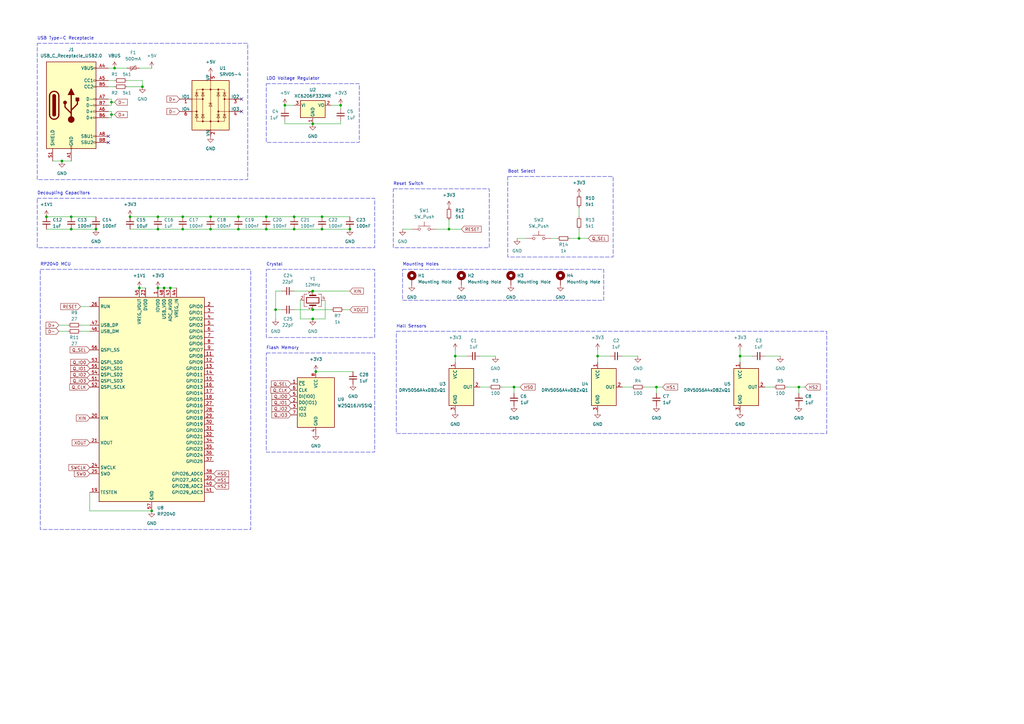
<source format=kicad_sch>
(kicad_sch (version 20230121) (generator eeschema)
  (paper "A3")
  (title_block (title "Cloverpad HE") (rev "1"))
  (lib_symbols
    (symbol "Connector:USB_C_Receptacle_USB2.0" (pin_names (offset 1.016))
      (property "Reference" "J" (at -10.16 19.05 0))
      (property "Value" "USB_C_Receptacle_USB2.0" (at 19.05 19.05 0))
      (symbol "USB_C_Receptacle_USB2.0_0_0"
        (rectangle (start -0.254 -17.78) (end 0.254 -16.764))
        (rectangle (start 10.16 -14.986) (end 9.144 -15.494))
        (rectangle (start 10.16 -12.446) (end 9.144 -12.954))
        (rectangle (start 10.16 -4.826) (end 9.144 -5.334))
        (rectangle (start 10.16 -2.286) (end 9.144 -2.794))
        (rectangle (start 10.16 0.254) (end 9.144 -0.254))
        (rectangle (start 10.16 2.794) (end 9.144 2.286))
        (rectangle (start 10.16 7.874) (end 9.144 7.366))
        (rectangle (start 10.16 10.414) (end 9.144 9.906))
        (rectangle (start 10.16 15.494) (end 9.144 14.986))
      )
      (symbol "USB_C_Receptacle_USB2.0_0_1"
        (rectangle (start -10.16 17.78) (end 10.16 -17.78) (stroke (width 0.254)) (fill (type background)))
        (arc (start -8.89 -3.81) (mid -6.985 -5.7067) (end -5.08 -3.81) (stroke (width 0.508)))
        (arc (start -7.62 -3.81) (mid -6.985 -4.4423) (end -6.35 -3.81) (stroke (width 0.254)))
        (arc (start -7.62 -3.81) (mid -6.985 -4.4423) (end -6.35 -3.81) (stroke (width 0.254)) (fill (type outline)))
        (rectangle (start -7.62 -3.81) (end -6.35 3.81) (stroke (width 0.254)) (fill (type outline)))
        (arc (start -6.35 3.81) (mid -6.985 4.4423) (end -7.62 3.81) (stroke (width 0.254)))
        (arc (start -6.35 3.81) (mid -6.985 4.4423) (end -7.62 3.81) (stroke (width 0.254)) (fill (type outline)))
        (arc (start -5.08 3.81) (mid -6.985 5.7067) (end -8.89 3.81) (stroke (width 0.508)))
        (circle (center -2.54 1.143) (radius 0.635) (stroke (width 0.254)) (fill (type outline)))
        (circle (center 0 -5.842) (radius 1.27) (fill (type outline)))
        (polyline (pts (xy -8.89 -3.81) (xy -8.89 3.81)) (stroke (width 0.508)))
        (polyline (pts (xy -5.08 3.81) (xy -5.08 -3.81)) (stroke (width 0.508)))
        (polyline (pts (xy 0 -5.842) (xy 0 4.318)) (stroke (width 0.508)))
        (polyline (pts (xy 0 -3.302) (xy -2.54 -0.762) (xy -2.54 0.508)) (stroke (width 0.508)))
        (polyline (pts (xy 0 -2.032) (xy 2.54 0.508) (xy 2.54 1.778)) (stroke (width 0.508)))
        (polyline (pts (xy -1.27 4.318) (xy 0 6.858) (xy 1.27 4.318) (xy -1.27 4.318)) (stroke (width 0.254)) (fill (type outline)))
        (rectangle (start 1.905 1.778) (end 3.175 3.048) (stroke (width 0.254)) (fill (type outline)))
      )
      (symbol "USB_C_Receptacle_USB2.0_1_1"
        (pin passive line (at 0 -22.86 90) (length 5.08) (name "GND") (number "A1"))
        (pin passive line (at 0 -22.86 90) (length 5.08) hide (name "GND") (number "A12"))
        (pin passive line (at 15.24 15.24 180) (length 5.08) (name "VBUS") (number "A4"))
        (pin bidirectional line (at 15.24 10.16 180) (length 5.08) (name "CC1") (number "A5"))
        (pin bidirectional line (at 15.24 -2.54 180) (length 5.08) (name "D+") (number "A6"))
        (pin bidirectional line (at 15.24 2.54 180) (length 5.08) (name "D-") (number "A7"))
        (pin bidirectional line (at 15.24 -12.7 180) (length 5.08) (name "SBU1") (number "A8"))
        (pin passive line (at 15.24 15.24 180) (length 5.08) hide (name "VBUS") (number "A9"))
        (pin passive line (at 0 -22.86 90) (length 5.08) hide (name "GND") (number "B1"))
        (pin passive line (at 0 -22.86 90) (length 5.08) hide (name "GND") (number "B12"))
        (pin passive line (at 15.24 15.24 180) (length 5.08) hide (name "VBUS") (number "B4"))
        (pin bidirectional line (at 15.24 7.62 180) (length 5.08) (name "CC2") (number "B5"))
        (pin bidirectional line (at 15.24 -5.08 180) (length 5.08) (name "D+") (number "B6"))
        (pin bidirectional line (at 15.24 0 180) (length 5.08) (name "D-") (number "B7"))
        (pin bidirectional line (at 15.24 -15.24 180) (length 5.08) (name "SBU2") (number "B8"))
        (pin passive line (at 15.24 15.24 180) (length 5.08) hide (name "VBUS") (number "B9"))
        (pin passive line (at -7.62 -22.86 90) (length 5.08) (name "SHIELD") (number "S1"))
      )
    )
    (symbol "Custom:DRV5056A4xDBZxQ1"
      (property "Reference" "U" (at 2.54 12.7 0))
      (property "Value" "DRV5056A4xDBZxQ1" (at 2.54 10.16 0))
      (symbol "DRV5056A4xDBZxQ1_1_1"
        (rectangle (start -5.08 7.62) (end 5.08 -7.62) (stroke (width 0.254)) (fill (type background)))
        (pin power_in line (at -2.54 10.16 270) (length 2.54) (name "VCC") (number "1"))
        (pin output line (at 7.62 0 180) (length 2.54) (name "OUT") (number "2"))
        (pin power_in line (at -2.54 -10.16 90) (length 2.54) (name "GND") (number "3"))
      )
    )
    (symbol "Device:C_Small" (pin_numbers hide) (pin_names (offset 0.254) hide)
      (property "Reference" "C" (at 0.254 1.778 0))
      (property "Value" "C_Small" (at 0.254 -2.032 0))
      (symbol "C_Small_0_1"
        (polyline (pts (xy -1.524 -0.508) (xy 1.524 -0.508)) (stroke (width 0.3302)))
        (polyline (pts (xy -1.524 0.508) (xy 1.524 0.508)) (stroke (width 0.3048)))
      )
      (symbol "C_Small_1_1"
        (pin passive line (at 0 2.54 270) (length 2.032) (name "~") (number "1"))
        (pin passive line (at 0 -2.54 90) (length 2.032) (name "~") (number "2"))
      )
    )
    (symbol "Device:Crystal_GND24" (pin_names (offset 1.016) hide)
      (property "Reference" "Y" (at 3.175 5.08 0))
      (property "Value" "Crystal_GND24" (at 3.175 3.175 0))
      (symbol "Crystal_GND24_0_1"
        (rectangle (start -1.143 2.54) (end 1.143 -2.54) (stroke (width 0.3048)))
        (polyline (pts (xy -2.54 0) (xy -2.032 0)))
        (polyline (pts (xy -2.032 -1.27) (xy -2.032 1.27)) (stroke (width 0.508)))
        (polyline (pts (xy 0 -3.81) (xy 0 -3.556)))
        (polyline (pts (xy 0 3.556) (xy 0 3.81)))
        (polyline (pts (xy 2.032 -1.27) (xy 2.032 1.27)) (stroke (width 0.508)))
        (polyline (pts (xy 2.032 0) (xy 2.54 0)))
        (polyline (pts (xy -2.54 -2.286) (xy -2.54 -3.556) (xy 2.54 -3.556) (xy 2.54 -2.286)))
        (polyline (pts (xy -2.54 2.286) (xy -2.54 3.556) (xy 2.54 3.556) (xy 2.54 2.286)))
      )
      (symbol "Crystal_GND24_1_1"
        (pin passive line (at -3.81 0 0) (length 1.27) (name "1") (number "1"))
        (pin passive line (at 0 5.08 270) (length 1.27) (name "2") (number "2"))
        (pin passive line (at 3.81 0 180) (length 1.27) (name "3") (number "3"))
        (pin passive line (at 0 -5.08 90) (length 1.27) (name "4") (number "4"))
      )
    )
    (symbol "Device:Polyfuse_Small" (pin_numbers hide) (pin_names (offset 0))
      (property "Reference" "F" (at -1.905 0 90))
      (property "Value" "Polyfuse_Small" (at 1.905 0 90))
      (symbol "Polyfuse_Small_0_1"
        (rectangle (start -0.508 1.27) (end 0.508 -1.27))
        (polyline (pts (xy 0 2.54) (xy 0 -2.54)))
        (polyline (pts (xy -1.016 1.27) (xy -1.016 0.762) (xy 1.016 -0.762) (xy 1.016 -1.27)))
      )
      (symbol "Polyfuse_Small_1_1"
        (pin passive line (at 0 2.54 270) (length 0.635) (name "~") (number "1"))
        (pin passive line (at 0 -2.54 90) (length 0.635) (name "~") (number "2"))
      )
    )
    (symbol "Device:R_Small" (pin_numbers hide) (pin_names (offset 0.254) hide)
      (property "Reference" "R" (at 0.762 0.508 0))
      (property "Value" "R_Small" (at 0.762 -1.016 0))
      (symbol "R_Small_0_1"
        (rectangle (start -0.762 1.778) (end 0.762 -1.778) (stroke (width 0.2032)))
      )
      (symbol "R_Small_1_1"
        (pin passive line (at 0 2.54 270) (length 0.762) (name "~") (number "1"))
        (pin passive line (at 0 -2.54 90) (length 0.762) (name "~") (number "2"))
      )
    )
    (symbol "MCU_RaspberryPi:RP2040"
      (property "Reference" "U" (at 17.78 45.72 0))
      (property "Value" "RP2040" (at 17.78 43.18 0))
      (symbol "RP2040_0_1"
        (rectangle (start -21.59 41.91) (end 21.59 -41.91) (stroke (width 0.254)) (fill (type background)))
      )
      (symbol "RP2040_1_1"
        (pin power_in line (at 2.54 45.72 270) (length 3.81) (name "IOVDD") (number "1"))
        (pin passive line (at 2.54 45.72 270) (length 3.81) hide (name "IOVDD") (number "10"))
        (pin bidirectional line (at 25.4 17.78 180) (length 3.81) (name "GPIO8") (number "11"))
        (pin bidirectional line (at 25.4 15.24 180) (length 3.81) (name "GPIO9") (number "12"))
        (pin bidirectional line (at 25.4 12.7 180) (length 3.81) (name "GPIO10") (number "13"))
        (pin bidirectional line (at 25.4 10.16 180) (length 3.81) (name "GPIO11") (number "14"))
        (pin bidirectional line (at 25.4 7.62 180) (length 3.81) (name "GPIO12") (number "15"))
        (pin bidirectional line (at 25.4 5.08 180) (length 3.81) (name "GPIO13") (number "16"))
        (pin bidirectional line (at 25.4 2.54 180) (length 3.81) (name "GPIO14") (number "17"))
        (pin bidirectional line (at 25.4 0 180) (length 3.81) (name "GPIO15") (number "18"))
        (pin input line (at -25.4 -38.1 0) (length 3.81) (name "TESTEN") (number "19"))
        (pin bidirectional line (at 25.4 38.1 180) (length 3.81) (name "GPIO0") (number "2"))
        (pin input line (at -25.4 -7.62 0) (length 3.81) (name "XIN") (number "20"))
        (pin passive line (at -25.4 -17.78 0) (length 3.81) (name "XOUT") (number "21"))
        (pin passive line (at 2.54 45.72 270) (length 3.81) hide (name "IOVDD") (number "22"))
        (pin power_in line (at -2.54 45.72 270) (length 3.81) (name "DVDD") (number "23"))
        (pin input line (at -25.4 -27.94 0) (length 3.81) (name "SWCLK") (number "24"))
        (pin bidirectional line (at -25.4 -30.48 0) (length 3.81) (name "SWD") (number "25"))
        (pin input line (at -25.4 38.1 0) (length 3.81) (name "RUN") (number "26"))
        (pin bidirectional line (at 25.4 -2.54 180) (length 3.81) (name "GPIO16") (number "27"))
        (pin bidirectional line (at 25.4 -5.08 180) (length 3.81) (name "GPIO17") (number "28"))
        (pin bidirectional line (at 25.4 -7.62 180) (length 3.81) (name "GPIO18") (number "29"))
        (pin bidirectional line (at 25.4 35.56 180) (length 3.81) (name "GPIO1") (number "3"))
        (pin bidirectional line (at 25.4 -10.16 180) (length 3.81) (name "GPIO19") (number "30"))
        (pin bidirectional line (at 25.4 -12.7 180) (length 3.81) (name "GPIO20") (number "31"))
        (pin bidirectional line (at 25.4 -15.24 180) (length 3.81) (name "GPIO21") (number "32"))
        (pin passive line (at 2.54 45.72 270) (length 3.81) hide (name "IOVDD") (number "33"))
        (pin bidirectional line (at 25.4 -17.78 180) (length 3.81) (name "GPIO22") (number "34"))
        (pin bidirectional line (at 25.4 -20.32 180) (length 3.81) (name "GPIO23") (number "35"))
        (pin bidirectional line (at 25.4 -22.86 180) (length 3.81) (name "GPIO24") (number "36"))
        (pin bidirectional line (at 25.4 -25.4 180) (length 3.81) (name "GPIO25") (number "37"))
        (pin bidirectional line (at 25.4 -30.48 180) (length 3.81) (name "GPIO26_ADC0") (number "38"))
        (pin bidirectional line (at 25.4 -33.02 180) (length 3.81) (name "GPIO27_ADC1") (number "39"))
        (pin bidirectional line (at 25.4 33.02 180) (length 3.81) (name "GPIO2") (number "4"))
        (pin bidirectional line (at 25.4 -35.56 180) (length 3.81) (name "GPIO28_ADC2") (number "40"))
        (pin bidirectional line (at 25.4 -38.1 180) (length 3.81) (name "GPIO29_ADC3") (number "41"))
        (pin passive line (at 2.54 45.72 270) (length 3.81) hide (name "IOVDD") (number "42"))
        (pin power_in line (at 7.62 45.72 270) (length 3.81) (name "ADC_AVDD") (number "43"))
        (pin power_in line (at 10.16 45.72 270) (length 3.81) (name "VREG_IN") (number "44"))
        (pin power_out line (at -5.08 45.72 270) (length 3.81) (name "VREG_VOUT") (number "45"))
        (pin bidirectional line (at -25.4 27.94 0) (length 3.81) (name "USB_DM") (number "46"))
        (pin bidirectional line (at -25.4 30.48 0) (length 3.81) (name "USB_DP") (number "47"))
        (pin power_in line (at 5.08 45.72 270) (length 3.81) (name "USB_VDD") (number "48"))
        (pin passive line (at 2.54 45.72 270) (length 3.81) hide (name "IOVDD") (number "49"))
        (pin bidirectional line (at 25.4 30.48 180) (length 3.81) (name "GPIO3") (number "5"))
        (pin passive line (at -2.54 45.72 270) (length 3.81) hide (name "DVDD") (number "50"))
        (pin bidirectional line (at -25.4 7.62 0) (length 3.81) (name "QSPI_SD3") (number "51"))
        (pin output line (at -25.4 5.08 0) (length 3.81) (name "QSPI_SCLK") (number "52"))
        (pin bidirectional line (at -25.4 15.24 0) (length 3.81) (name "QSPI_SD0") (number "53"))
        (pin bidirectional line (at -25.4 10.16 0) (length 3.81) (name "QSPI_SD2") (number "54"))
        (pin bidirectional line (at -25.4 12.7 0) (length 3.81) (name "QSPI_SD1") (number "55"))
        (pin bidirectional line (at -25.4 20.32 0) (length 3.81) (name "QSPI_SS") (number "56"))
        (pin power_in line (at 0 -45.72 90) (length 3.81) (name "GND") (number "57"))
        (pin bidirectional line (at 25.4 27.94 180) (length 3.81) (name "GPIO4") (number "6"))
        (pin bidirectional line (at 25.4 25.4 180) (length 3.81) (name "GPIO5") (number "7"))
        (pin bidirectional line (at 25.4 22.86 180) (length 3.81) (name "GPIO6") (number "8"))
        (pin bidirectional line (at 25.4 20.32 180) (length 3.81) (name "GPIO7") (number "9"))
      )
    )
    (symbol "Mechanical:MountingHole_Pad" (pin_numbers hide) (pin_names (offset 1.016) hide)
      (property "Reference" "H" (at 0 6.35 0))
      (property "Value" "MountingHole_Pad" (at 0 4.445 0))
      (symbol "MountingHole_Pad_0_1"
        (circle (center 0 1.27) (radius 1.27) (stroke (width 1.27)))
      )
      (symbol "MountingHole_Pad_1_1"
        (pin input line (at 0 -2.54 90) (length 2.54) (name "1") (number "1"))
      )
    )
    (symbol "Memory_Flash:W25Q128JVS"
      (property "Reference" "U" (at -8.89 8.89 0))
      (property "Value" "W25Q128JVS" (at 7.62 8.89 0))
      (symbol "W25Q128JVS_0_1"
        (rectangle (start -7.62 10.16) (end 7.62 -10.16) (stroke (width 0.254)) (fill (type background)))
      )
      (symbol "W25Q128JVS_1_1"
        (pin input line (at -10.16 7.62 0) (length 2.54) (name "~{CS}") (number "1"))
        (pin bidirectional line (at -10.16 0 0) (length 2.54) (name "DO(IO1)") (number "2"))
        (pin bidirectional line (at -10.16 -2.54 0) (length 2.54) (name "IO2") (number "3"))
        (pin power_in line (at 0 -12.7 90) (length 2.54) (name "GND") (number "4"))
        (pin bidirectional line (at -10.16 2.54 0) (length 2.54) (name "DI(IO0)") (number "5"))
        (pin input line (at -10.16 5.08 0) (length 2.54) (name "CLK") (number "6"))
        (pin bidirectional line (at -10.16 -5.08 0) (length 2.54) (name "IO3") (number "7"))
        (pin power_in line (at 0 12.7 270) (length 2.54) (name "VCC") (number "8"))
      )
    )
    (symbol "PCM_marbastlib-various:SRV05-4" (pin_names (offset 0))
      (property "Reference" "U" (at -5.08 11.43 0))
      (property "Value" "SRV05-4" (at 2.54 11.43 0))
      (symbol "SRV05-4_0_0"
        (rectangle (start -5.715 6.477) (end 5.715 -6.604))
        (polyline (pts (xy -3.175 -6.604) (xy -3.175 6.477)))
        (polyline (pts (xy 3.175 6.477) (xy 3.175 -6.604)))
      )
      (symbol "SRV05-4_0_1"
        (rectangle (start -7.62 10.16) (end 7.62 -10.16) (stroke (width 0.254)) (fill (type background)))
        (circle (center -5.715 -2.54) (radius 0.2794) (fill (type outline)))
        (circle (center -3.175 -6.604) (radius 0.2794) (fill (type outline)))
        (circle (center -3.175 2.54) (radius 0.2794) (fill (type outline)))
        (circle (center -3.175 6.477) (radius 0.2794) (fill (type outline)))
        (circle (center 0 -6.604) (radius 0.2794) (fill (type outline)))
        (polyline (pts (xy -7.747 2.54) (xy -3.175 2.54)))
        (polyline (pts (xy -7.62 -2.54) (xy -5.715 -2.54)))
        (polyline (pts (xy -5.08 -3.81) (xy -6.35 -3.81)))
        (polyline (pts (xy -5.08 5.08) (xy -6.35 5.08)))
        (polyline (pts (xy -2.54 -3.81) (xy -3.81 -3.81)))
        (polyline (pts (xy -2.54 5.08) (xy -3.81 5.08)))
        (polyline (pts (xy 0 10.16) (xy 0 -10.16)))
        (polyline (pts (xy 3.81 -3.81) (xy 2.54 -3.81)))
        (polyline (pts (xy 3.81 5.08) (xy 2.54 5.08)))
        (polyline (pts (xy 6.35 -3.81) (xy 5.08 -3.81)))
        (polyline (pts (xy 6.35 5.08) (xy 5.08 5.08)))
        (polyline (pts (xy 7.62 -2.54) (xy 3.175 -2.54)))
        (polyline (pts (xy 7.62 2.54) (xy 5.715 2.54)))
        (polyline (pts (xy 0.635 0.889) (xy -0.635 0.889) (xy -0.635 0.635)))
        (polyline (pts (xy -5.08 -5.08) (xy -6.35 -5.08) (xy -5.715 -3.81) (xy -5.08 -5.08)))
        (polyline (pts (xy -5.08 3.81) (xy -6.35 3.81) (xy -5.715 5.08) (xy -5.08 3.81)))
        (polyline (pts (xy -2.54 -5.08) (xy -3.81 -5.08) (xy -3.175 -3.81) (xy -2.54 -5.08)))
        (polyline (pts (xy -2.54 3.81) (xy -3.81 3.81) (xy -3.175 5.08) (xy -2.54 3.81)))
        (polyline (pts (xy 0.635 -0.381) (xy -0.635 -0.381) (xy 0 0.889) (xy 0.635 -0.381)))
        (polyline (pts (xy 3.81 -5.08) (xy 2.54 -5.08) (xy 3.175 -3.81) (xy 3.81 -5.08)))
        (polyline (pts (xy 3.81 3.81) (xy 2.54 3.81) (xy 3.175 5.08) (xy 3.81 3.81)))
        (polyline (pts (xy 6.35 -5.08) (xy 5.08 -5.08) (xy 5.715 -3.81) (xy 6.35 -5.08)))
        (polyline (pts (xy 6.35 3.81) (xy 5.08 3.81) (xy 5.715 5.08) (xy 6.35 3.81)))
        (circle (center 0 6.477) (radius 0.2794) (fill (type outline)))
        (circle (center 3.175 -6.604) (radius 0.2794) (fill (type outline)))
        (circle (center 3.175 -2.54) (radius 0.2794) (fill (type outline)))
        (circle (center 3.175 6.477) (radius 0.2794) (fill (type outline)))
        (circle (center 5.715 2.54) (radius 0.2794) (fill (type outline)))
      )
      (symbol "SRV05-4_1_1"
        (pin passive line (at -12.7 2.54 0) (length 5.08) (name "IO1") (number "1"))
        (pin passive line (at 0 -12.7 90) (length 2.54) (name "VN") (number "2"))
        (pin passive line (at 12.7 2.54 180) (length 5.08) (name "IO2") (number "3"))
        (pin passive line (at 12.7 -2.54 180) (length 5.08) (name "IO3") (number "4"))
        (pin passive line (at 0 12.7 270) (length 2.54) (name "VP") (number "5"))
        (pin passive line (at -12.7 -2.54 0) (length 5.08) (name "IO4") (number "6"))
      )
    )
    (symbol "Regulator_Linear:XC6206PxxxMR" (pin_names (offset 0.254))
      (property "Reference" "U" (at -3.81 3.175 0))
      (property "Value" "XC6206PxxxMR" (at 0 3.175 0))
      (symbol "XC6206PxxxMR_0_1"
        (rectangle (start -5.08 1.905) (end 5.08 -5.08) (stroke (width 0.254)) (fill (type background)))
      )
      (symbol "XC6206PxxxMR_1_1"
        (pin power_in line (at 0 -7.62 90) (length 2.54) (name "GND") (number "1"))
        (pin power_out line (at 7.62 0 180) (length 2.54) (name "VO") (number "2"))
        (pin power_in line (at -7.62 0 0) (length 2.54) (name "VI") (number "3"))
      )
    )
    (symbol "Switch:SW_Push" (pin_numbers hide) (pin_names (offset 1.016) hide)
      (property "Reference" "SW" (at 1.27 2.54 0))
      (property "Value" "SW_Push" (at 0 -1.524 0))
      (symbol "SW_Push_0_1"
        (circle (center -2.032 0) (radius 0.508))
        (polyline (pts (xy 0 1.27) (xy 0 3.048)))
        (polyline (pts (xy 2.54 1.27) (xy -2.54 1.27)))
        (circle (center 2.032 0) (radius 0.508))
        (pin passive line (at -5.08 0 0) (length 2.54) (name "1") (number "1"))
        (pin passive line (at 5.08 0 180) (length 2.54) (name "2") (number "2"))
      )
    )
    (symbol "power:+1V1" (power) (pin_names (offset 0))
      (property "Value" "+1V1" (at 0 3.556 0))
      (symbol "+1V1_0_1"
        (polyline (pts (xy -0.762 1.27) (xy 0 2.54)))
        (polyline (pts (xy 0 0) (xy 0 2.54)))
        (polyline (pts (xy 0 2.54) (xy 0.762 1.27)))
      )
      (symbol "+1V1_1_1"
        (pin power_in line (at 0 0 90) (length 0) hide (name "+1V1") (number "1"))
      )
    )
    (symbol "power:+3V3" (power) (pin_names (offset 0))
      (property "Value" "+3V3" (at 0 3.556 0))
      (symbol "+3V3_0_1"
        (polyline (pts (xy -0.762 1.27) (xy 0 2.54)))
        (polyline (pts (xy 0 0) (xy 0 2.54)))
        (polyline (pts (xy 0 2.54) (xy 0.762 1.27)))
      )
      (symbol "+3V3_1_1"
        (pin power_in line (at 0 0 90) (length 0) hide (name "+3V3") (number "1"))
      )
    )
    (symbol "power:+5V" (power) (pin_names (offset 0))
      (property "Value" "+5V" (at 0 3.556 0))
      (symbol "+5V_0_1"
        (polyline (pts (xy -0.762 1.27) (xy 0 2.54)))
        (polyline (pts (xy 0 0) (xy 0 2.54)))
        (polyline (pts (xy 0 2.54) (xy 0.762 1.27)))
      )
      (symbol "+5V_1_1"
        (pin power_in line (at 0 0 90) (length 0) hide (name "+5V") (number "1"))
      )
    )
    (symbol "power:GND" (power) (pin_names (offset 0))
      (property "Value" "GND" (at 0 -3.81 0))
      (symbol "GND_0_1"
        (polyline (pts (xy 0 0) (xy 0 -1.27) (xy 1.27 -1.27) (xy 0 -2.54) (xy -1.27 -1.27) (xy 0 -1.27)))
      )
      (symbol "GND_1_1"
        (pin power_in line (at 0 0 270) (length 0) hide (name "GND") (number "1"))
      )
    )
    (symbol "power:VBUS" (power) (pin_names (offset 0))
      (property "Value" "VBUS" (at 0 3.81 0))
      (symbol "VBUS_0_1"
        (polyline (pts (xy -0.762 1.27) (xy 0 2.54)))
        (polyline (pts (xy 0 0) (xy 0 2.54)))
        (polyline (pts (xy 0 2.54) (xy 0.762 1.27)))
      )
      (symbol "VBUS_1_1"
        (pin power_in line (at 0 0 90) (length 0) hide (name "VBUS") (number "1"))
      )
    )
  )
  (junction (at 129.54 152.4))
  (junction (at 25.4 66.04))
  (junction (at 120.65 93.98))
  (junction (at 245.11 146.05))
  (junction (at 19.05 88.9))
  (junction (at 57.15 118.11))
  (junction (at 184.15 93.98))
  (junction (at 132.08 88.9))
  (junction (at 53.34 88.9))
  (junction (at 132.08 93.98))
  (junction (at 128.27 130.81))
  (junction (at 74.93 88.9))
  (junction (at 113.03 127))
  (junction (at 29.21 93.98))
  (junction (at 69.85 118.11))
  (junction (at 269.24 158.75))
  (junction (at 128.27 119.38))
  (junction (at 116.84 43.18))
  (junction (at 128.27 50.8))
  (junction (at 46.99 27.94))
  (junction (at 97.79 93.98))
  (junction (at 64.77 93.98))
  (junction (at 303.53 146.05))
  (junction (at 45.72 46.99))
  (junction (at 39.37 93.98))
  (junction (at 29.21 88.9))
  (junction (at 143.51 93.98))
  (junction (at 109.22 93.98))
  (junction (at 186.69 146.05))
  (junction (at 139.7 43.18))
  (junction (at 109.22 88.9))
  (junction (at 128.27 127))
  (junction (at 120.65 88.9))
  (junction (at 327.66 158.75))
  (junction (at 86.36 88.9))
  (junction (at 64.77 88.9))
  (junction (at 58.42 35.56))
  (junction (at 64.77 118.11))
  (junction (at 45.72 41.91))
  (junction (at 74.93 93.98))
  (junction (at 67.31 118.11))
  (junction (at 237.49 97.79))
  (junction (at 86.36 93.98))
  (junction (at 210.82 158.75))
  (junction (at 97.79 88.9))
  (junction (at 62.23 209.55))
  (no_connect (at 99.06 40.64))
  (no_connect (at 44.45 58.42))
  (no_connect (at 44.45 55.88))
  (no_connect (at 99.06 45.72))
  (wire (pts (xy 109.22 93.98) (xy 120.65 93.98)))
  (wire (pts (xy 123.19 130.81) (xy 128.27 130.81)))
  (wire (pts (xy 116.84 49.53) (xy 116.84 50.8)))
  (wire (pts (xy 46.99 27.94) (xy 44.45 27.94)))
  (wire (pts (xy 74.93 88.9) (xy 86.36 88.9)))
  (wire (pts (xy 196.85 146.05) (xy 203.2 146.05)))
  (wire (pts (xy 184.15 93.98) (xy 189.23 93.98)))
  (wire (pts (xy 139.7 49.53) (xy 139.7 50.8)))
  (wire (pts (xy 132.08 88.9) (xy 143.51 88.9)))
  (wire (pts (xy 255.27 146.05) (xy 261.62 146.05)))
  (wire (pts (xy 109.22 88.9) (xy 120.65 88.9)))
  (wire (pts (xy 46.99 33.02) (xy 44.45 33.02)))
  (wire (pts (xy 139.7 43.18) (xy 139.7 44.45)))
  (wire (pts (xy 128.27 119.38) (xy 143.51 119.38)))
  (wire (pts (xy 44.45 43.18) (xy 45.72 43.18)))
  (wire (pts (xy 313.69 158.75) (xy 317.5 158.75)))
  (wire (pts (xy 322.58 158.75) (xy 327.66 158.75)))
  (wire (pts (xy 255.27 158.75) (xy 259.08 158.75)))
  (wire (pts (xy 53.34 93.98) (xy 64.77 93.98)))
  (wire (pts (xy 45.72 43.18) (xy 45.72 41.91)))
  (wire (pts (xy 57.15 27.94) (xy 62.23 27.94)))
  (wire (pts (xy 29.21 88.9) (xy 39.37 88.9)))
  (wire (pts (xy 245.11 146.05) (xy 245.11 148.59)))
  (wire (pts (xy 237.49 93.98) (xy 237.49 97.79)))
  (wire (pts (xy 67.31 118.11) (xy 69.85 118.11)))
  (wire (pts (xy 327.66 158.75) (xy 330.2 158.75)))
  (wire (pts (xy 212.09 97.79) (xy 215.9 97.79)))
  (wire (pts (xy 135.89 43.18) (xy 139.7 43.18)))
  (wire (pts (xy 36.83 209.55) (xy 62.23 209.55)))
  (wire (pts (xy 86.36 93.98) (xy 97.79 93.98)))
  (wire (pts (xy 264.16 158.75) (xy 269.24 158.75)))
  (wire (pts (xy 69.85 118.11) (xy 72.39 118.11)))
  (wire (pts (xy 44.45 40.64) (xy 45.72 40.64)))
  (wire (pts (xy 24.13 133.35) (xy 27.94 133.35)))
  (wire (pts (xy 33.02 135.89) (xy 36.83 135.89)))
  (wire (pts (xy 120.65 119.38) (xy 128.27 119.38)))
  (wire (pts (xy 303.53 146.05) (xy 303.53 148.59)))
  (wire (pts (xy 116.84 43.18) (xy 116.84 44.45)))
  (wire (pts (xy 21.59 66.04) (xy 25.4 66.04)))
  (wire (pts (xy 120.65 88.9) (xy 132.08 88.9)))
  (wire (pts (xy 120.65 127) (xy 128.27 127)))
  (wire (pts (xy 196.85 158.75) (xy 200.66 158.75)))
  (wire (pts (xy 33.02 133.35) (xy 36.83 133.35)))
  (wire (pts (xy 86.36 88.9) (xy 97.79 88.9)))
  (wire (pts (xy 210.82 158.75) (xy 213.36 158.75)))
  (wire (pts (xy 97.79 88.9) (xy 109.22 88.9)))
  (wire (pts (xy 133.35 130.81) (xy 128.27 130.81)))
  (wire (pts (xy 45.72 41.91) (xy 46.99 41.91)))
  (wire (pts (xy 233.68 97.79) (xy 237.49 97.79)))
  (wire (pts (xy 186.69 143.51) (xy 186.69 146.05)))
  (wire (pts (xy 120.65 93.98) (xy 132.08 93.98)))
  (wire (pts (xy 57.15 118.11) (xy 59.69 118.11)))
  (wire (pts (xy 44.45 45.72) (xy 45.72 45.72)))
  (wire (pts (xy 52.07 35.56) (xy 58.42 35.56)))
  (wire (pts (xy 29.21 93.98) (xy 39.37 93.98)))
  (wire (pts (xy 184.15 90.17) (xy 184.15 93.98)))
  (wire (pts (xy 245.11 146.05) (xy 250.19 146.05)))
  (wire (pts (xy 113.03 127) (xy 113.03 130.81)))
  (wire (pts (xy 129.54 152.4) (xy 144.78 152.4)))
  (wire (pts (xy 123.19 123.19) (xy 123.19 130.81)))
  (wire (pts (xy 64.77 118.11) (xy 67.31 118.11)))
  (wire (pts (xy 25.4 66.04) (xy 29.21 66.04)))
  (wire (pts (xy 19.05 88.9) (xy 29.21 88.9)))
  (wire (pts (xy 36.83 201.93) (xy 36.83 209.55)))
  (wire (pts (xy 44.45 35.56) (xy 46.99 35.56)))
  (wire (pts (xy 128.27 127) (xy 135.89 127)))
  (wire (pts (xy 24.13 135.89) (xy 27.94 135.89)))
  (wire (pts (xy 113.03 119.38) (xy 113.03 127)))
  (wire (pts (xy 19.05 93.98) (xy 29.21 93.98)))
  (wire (pts (xy 45.72 40.64) (xy 45.72 41.91)))
  (wire (pts (xy 186.69 146.05) (xy 186.69 148.59)))
  (wire (pts (xy 313.69 146.05) (xy 320.04 146.05)))
  (wire (pts (xy 210.82 158.75) (xy 210.82 161.29)))
  (wire (pts (xy 45.72 45.72) (xy 45.72 46.99)))
  (wire (pts (xy 269.24 158.75) (xy 271.78 158.75)))
  (wire (pts (xy 269.24 158.75) (xy 269.24 161.29)))
  (wire (pts (xy 115.57 119.38) (xy 113.03 119.38)))
  (wire (pts (xy 165.1 93.98) (xy 168.91 93.98)))
  (wire (pts (xy 33.02 125.73) (xy 36.83 125.73)))
  (wire (pts (xy 116.84 50.8) (xy 128.27 50.8)))
  (wire (pts (xy 44.45 48.26) (xy 45.72 48.26)))
  (wire (pts (xy 245.11 143.51) (xy 245.11 146.05)))
  (wire (pts (xy 303.53 143.51) (xy 303.53 146.05)))
  (wire (pts (xy 64.77 93.98) (xy 74.93 93.98)))
  (wire (pts (xy 58.42 33.02) (xy 58.42 35.56)))
  (wire (pts (xy 116.84 43.18) (xy 120.65 43.18)))
  (wire (pts (xy 64.77 88.9) (xy 74.93 88.9)))
  (wire (pts (xy 139.7 50.8) (xy 128.27 50.8)))
  (wire (pts (xy 133.35 123.19) (xy 133.35 130.81)))
  (wire (pts (xy 97.79 93.98) (xy 109.22 93.98)))
  (wire (pts (xy 179.07 93.98) (xy 184.15 93.98)))
  (wire (pts (xy 74.93 93.98) (xy 86.36 93.98)))
  (wire (pts (xy 52.07 27.94) (xy 46.99 27.94)))
  (wire (pts (xy 45.72 48.26) (xy 45.72 46.99)))
  (wire (pts (xy 205.74 158.75) (xy 210.82 158.75)))
  (wire (pts (xy 53.34 88.9) (xy 64.77 88.9)))
  (wire (pts (xy 237.49 97.79) (xy 241.3 97.79)))
  (wire (pts (xy 186.69 146.05) (xy 191.77 146.05)))
  (wire (pts (xy 226.06 97.79) (xy 228.6 97.79)))
  (wire (pts (xy 52.07 33.02) (xy 58.42 33.02)))
  (wire (pts (xy 140.97 127) (xy 143.51 127)))
  (wire (pts (xy 303.53 146.05) (xy 308.61 146.05)))
  (wire (pts (xy 237.49 85.09) (xy 237.49 88.9)))
  (wire (pts (xy 327.66 158.75) (xy 327.66 161.29)))
  (wire (pts (xy 45.72 46.99) (xy 46.99 46.99)))
  (wire (pts (xy 113.03 127) (xy 115.57 127)))
  (wire (pts (xy 132.08 93.98) (xy 143.51 93.98)))
  (rectangle (start 109.22 110.49) (end 153.67 138.43) (stroke (width 0) (type dash)))
  (rectangle (start 109.22 34.29) (end 147.32 58.42) (stroke (width 0) (type dash)))
  (rectangle (start 165.1 110.49) (end 247.65 123.19) (stroke (width 0) (type dash)))
  (rectangle (start 15.24 81.28) (end 153.67 101.6) (stroke (width 0) (type dash)))
  (rectangle (start 109.22 144.78) (end 153.67 185.42) (stroke (width 0) (type dash)))
  (rectangle (start 162.56 135.89) (end 339.09 177.8) (stroke (width 0) (type dash)))
  (rectangle (start 15.24 17.78) (end 101.6 73.66) (stroke (width 0) (type dash)))
  (rectangle (start 161.29 77.47) (end 200.66 101.6) (stroke (width 0) (type dash)))
  (rectangle (start 16.51 110.49) (end 102.87 217.17) (stroke (width 0) (type dash)))
  (rectangle (start 208.28 72.39) (end 251.46 105.41) (stroke (width 0) (type dash)))
  (text "Reset Switch" (at 161.29 76.2 0) (effects (font (size 1.27 1.27)) (justify left bottom)))
  (text "USB Type-C Receptacle" (at 15.24 16.51 0) (effects (font (size 1.27 1.27)) (justify left bottom)))
  (text "Mounting Holes" (at 165.1 109.22 0) (effects (font (size 1.27 1.27)) (justify left bottom)))
  (text "Decoupling Capacitors" (at 15.24 80.01 0) (effects (font (size 1.27 1.27)) (justify left bottom)))
  (text "LDO Voltage Regulator" (at 109.22 33.02 0) (effects (font (size 1.27 1.27)) (justify left bottom)))
  (text "Hall Sensors" (at 162.56 134.62 0) (effects (font (size 1.27 1.27)) (justify left bottom)))
  (text "RP2040 MCU" (at 16.51 109.22 0) (effects (font (size 1.27 1.27)) (justify left bottom)))
  (text "Flash Memory" (at 109.22 143.51 0) (effects (font (size 1.27 1.27)) (justify left bottom)))
  (text "Boot Select" (at 208.28 71.12 0) (effects (font (size 1.27 1.27)) (justify left bottom)))
  (text "Crystal" (at 109.22 109.22 0) (effects (font (size 1.27 1.27)) (justify left bottom)))
  (global_label "D+" (shape input) (at 73.66 40.64 180) (property "Intersheetrefs" "${INTERSHEET_REFS}" (effects hide)))
  (global_label "Q_SEL" (shape input) (at 241.3 97.79 0) (property "Intersheetrefs" "${INTERSHEET_REFS}" (effects hide)))
  (global_label "XIN" (shape input) (at 36.83 171.45 180) (property "Intersheetrefs" "${INTERSHEET_REFS}" (effects hide)))
  (global_label "XIN" (shape input) (at 143.51 119.38 0) (property "Intersheetrefs" "${INTERSHEET_REFS}" (effects hide)))
  (global_label "D-" (shape input) (at 46.99 41.91 0) (property "Intersheetrefs" "${INTERSHEET_REFS}" (effects hide)))
  (global_label "HS2" (shape input) (at 330.2 158.75 0) (property "Intersheetrefs" "${INTERSHEET_REFS}" (effects hide)))
  (global_label "RESET" (shape input) (at 189.23 93.98 0) (property "Intersheetrefs" "${INTERSHEET_REFS}" (effects hide)))
  (global_label "D-" (shape input) (at 73.66 45.72 180) (property "Intersheetrefs" "${INTERSHEET_REFS}" (effects hide)))
  (global_label "Q_CLK" (shape input) (at 119.38 160.02 180) (property "Intersheetrefs" "${INTERSHEET_REFS}" (effects hide)))
  (global_label "HS2" (shape input) (at 87.63 199.39 0) (property "Intersheetrefs" "${INTERSHEET_REFS}" (effects hide)))
  (global_label "HS1" (shape input) (at 87.63 196.85 0) (property "Intersheetrefs" "${INTERSHEET_REFS}" (effects hide)))
  (global_label "XOUT" (shape input) (at 143.51 127 0) (property "Intersheetrefs" "${INTERSHEET_REFS}" (effects hide)))
  (global_label "Q_IO0" (shape input) (at 36.83 148.59 180) (property "Intersheetrefs" "${INTERSHEET_REFS}" (effects hide)))
  (global_label "Q_IO3" (shape input) (at 119.38 170.18 180) (property "Intersheetrefs" "${INTERSHEET_REFS}" (effects hide)))
  (global_label "Q_IO0" (shape input) (at 119.38 162.56 180) (property "Intersheetrefs" "${INTERSHEET_REFS}" (effects hide)))
  (global_label "D+" (shape input) (at 24.13 133.35 180) (property "Intersheetrefs" "${INTERSHEET_REFS}" (effects hide)))
  (global_label "RESET" (shape input) (at 33.02 125.73 180) (property "Intersheetrefs" "${INTERSHEET_REFS}" (effects hide)))
  (global_label "Q_SEL" (shape input) (at 36.83 143.51 180) (property "Intersheetrefs" "${INTERSHEET_REFS}" (effects hide)))
  (global_label "Q_IO1" (shape input) (at 119.38 165.1 180) (property "Intersheetrefs" "${INTERSHEET_REFS}" (effects hide)))
  (global_label "Q_SEL" (shape input) (at 119.38 157.48 180) (property "Intersheetrefs" "${INTERSHEET_REFS}" (effects hide)))
  (global_label "Q_CLK" (shape input) (at 36.83 158.75 180) (property "Intersheetrefs" "${INTERSHEET_REFS}" (effects hide)))
  (global_label "SWCLK" (shape input) (at 36.83 191.77 180) (property "Intersheetrefs" "${INTERSHEET_REFS}" (effects hide)))
  (global_label "HS0" (shape input) (at 213.36 158.75 0) (property "Intersheetrefs" "${INTERSHEET_REFS}" (effects hide)))
  (global_label "SWD" (shape input) (at 36.83 194.31 180) (property "Intersheetrefs" "${INTERSHEET_REFS}" (effects hide)))
  (global_label "D-" (shape input) (at 24.13 135.89 180) (property "Intersheetrefs" "${INTERSHEET_REFS}" (effects hide)))
  (global_label "HS0" (shape input) (at 87.63 194.31 0) (property "Intersheetrefs" "${INTERSHEET_REFS}" (effects hide)))
  (global_label "Q_IO2" (shape input) (at 119.38 167.64 180) (property "Intersheetrefs" "${INTERSHEET_REFS}" (effects hide)))
  (global_label "XOUT" (shape input) (at 36.83 181.61 180) (property "Intersheetrefs" "${INTERSHEET_REFS}" (effects hide)))
  (global_label "Q_IO1" (shape input) (at 36.83 151.13 180) (property "Intersheetrefs" "${INTERSHEET_REFS}" (effects hide)))
  (global_label "Q_IO2" (shape input) (at 36.83 153.67 180) (property "Intersheetrefs" "${INTERSHEET_REFS}" (effects hide)))
  (global_label "HS1" (shape input) (at 271.78 158.75 0) (property "Intersheetrefs" "${INTERSHEET_REFS}" (effects hide)))
  (global_label "Q_IO3" (shape input) (at 36.83 156.21 180) (property "Intersheetrefs" "${INTERSHEET_REFS}" (effects hide)))
  (global_label "D+" (shape input) (at 46.99 46.99 0) (property "Intersheetrefs" "${INTERSHEET_REFS}" (effects hide)))
  (symbol (lib_id "power:GND") (at 269.24 166.37 0) (unit 1)
    (property "Reference" "#PWR015" (effects hide))
    (property "Value" "GND" (at 269.24 171.45 0))
  )
  (symbol (lib_id "power:GND") (at 58.42 35.56 0) (unit 1)
    (property "Reference" "#PWR010" (effects hide))
    (property "Value" "GND" (at 58.42 40.64 0))
  )
  (symbol (lib_id "power:GND") (at 189.23 116.84 0) (unit 1)
    (property "Reference" "#PWR059" (effects hide))
    (property "Value" "GND" (at 189.23 121.92 0))
  )
  (symbol (lib_id "Device:C_Small") (at 269.24 163.83 180) (unit 1)
    (property "Reference" "C7" (at 271.78 162.5536 0) (effects (justify right)))
    (property "Value" "1uF" (at 271.78 165.0936 0) (effects (justify right)))
    (property "Footprint" "Capacitor_SMD:C_0402_1005Metric" (effects hide))
    (property "LCSC" "C52923" (effects hide))
  )
  (symbol (lib_id "Device:C_Small") (at 194.31 146.05 90) (unit 1)
    (property "Reference" "C1" (at 194.3163 139.7 90))
    (property "Value" "1uF" (at 194.3163 142.24 90))
    (property "Footprint" "Capacitor_SMD:C_0402_1005Metric" (effects hide))
    (property "LCSC" "C52923" (effects hide))
  )
  (symbol (lib_id "power:GND") (at 62.23 209.55 0) (unit 1)
    (property "Reference" "#PWR057" (effects hide))
    (property "Value" "GND" (at 62.23 214.63 0))
  )
  (symbol (lib_id "Device:C_Small") (at 120.65 91.44 0) (unit 1)
    (property "Reference" "C21" (at 123.19 90.1763 0) (effects (justify left)))
    (property "Value" "100nF" (at 123.19 92.7163 0) (effects (justify left)))
    (property "Footprint" "Capacitor_SMD:C_0402_1005Metric" (effects hide))
    (property "LCSC" "C1525" (effects hide))
  )
  (symbol (lib_id "power:GND") (at 209.55 116.84 0) (unit 1)
    (property "Reference" "#PWR060" (effects hide))
    (property "Value" "GND" (at 209.55 121.92 0))
  )
  (symbol (lib_id "power:GND") (at 25.4 66.04 0) (unit 1)
    (property "Reference" "#PWR021" (effects hide))
    (property "Value" "GND" (at 25.4 71.12 0))
  )
  (symbol (lib_id "Switch:SW_Push") (at 173.99 93.98 0) (unit 1)
    (property "Reference" "SW1" (at 173.99 86.36 0))
    (property "Value" "SW_Push" (at 173.99 88.9 0))
    (property "Footprint" "Button_Switch_SMD:SW_SPST_TL3342" (effects hide))
    (property "LCSC" "C318884" (effects hide))
  )
  (symbol (lib_id "Device:C_Small") (at 210.82 163.83 180) (unit 1)
    (property "Reference" "C6" (at 213.36 162.5536 0) (effects (justify right)))
    (property "Value" "1uF" (at 213.36 165.0936 0) (effects (justify right)))
    (property "Footprint" "Capacitor_SMD:C_0402_1005Metric" (effects hide))
    (property "LCSC" "C52923" (effects hide))
  )
  (symbol (lib_id "power:GND") (at 113.03 130.81 0) (unit 1)
    (property "Reference" "#PWR041" (effects hide))
    (property "Value" "GND" (at 113.03 135.89 0))
  )
  (symbol (lib_id "Device:C_Small") (at 118.11 127 90) (mirror x) (unit 1)
    (property "Reference" "C25" (at 118.11 130.81 90))
    (property "Value" "22pF" (at 118.1037 133.35 90))
    (property "Footprint" "Capacitor_SMD:C_0402_1005Metric" (effects hide))
    (property "LCSC" "C1555" (effects hide))
  )
  (symbol (lib_id "power:GND") (at 203.2 146.05 0) (unit 1)
    (property "Reference" "#PWR07" (effects hide))
    (property "Value" "GND" (at 203.2 151.13 0))
  )
  (symbol (lib_id "Regulator_Linear:XC6206PxxxMR") (at 128.27 43.18 0) (unit 1)
    (property "Reference" "U2" (at 128.27 36.83 0))
    (property "Value" "XC6206P332MR" (at 128.27 39.37 0))
    (property "Footprint" "Package_TO_SOT_SMD:SOT-23-3" (effects hide))
    (property "Datasheet" "https://www.torexsemi.com/file/xc6206/XC6206.pdf" (effects hide))
    (property "LCSC" "C5446" (effects hide))
  )
  (symbol (lib_id "power:GND") (at 210.82 166.37 0) (unit 1)
    (property "Reference" "#PWR014" (effects hide))
    (property "Value" "GND" (at 210.82 171.45 0))
  )
  (symbol (lib_id "power:+5V") (at 62.23 27.94 0) (unit 1)
    (property "Reference" "#PWR02" (effects hide))
    (property "Value" "+5V" (at 62.23 22.86 0))
  )
  (symbol (lib_id "Custom:DRV5056A4xDBZxQ1") (at 189.23 158.75 0) (unit 1)
    (property "Reference" "U3" (at 182.88 157.48 0) (effects (justify right)))
    (property "Value" "DRV5056A4xDBZxQ1" (at 182.88 160.02 0) (effects (justify right)))
    (property "Footprint" "Custom:KS-20-1U-DRV5056" (effects hide))
    (property "Datasheet" "https://www.ti.com/lit/ds/symlink/drv5056.pdf" (effects hide))
    (property "LCSC" "C2152902" (effects hide))
  )
  (symbol (lib_id "power:GND") (at 128.27 50.8 0) (unit 1)
    (property "Reference" "#PWR013" (effects hide))
    (property "Value" "GND" (at 128.27 55.88 0))
  )
  (symbol (lib_id "Device:R_Small") (at 184.15 87.63 0) (unit 1)
    (property "Reference" "R12" (at 186.69 86.36 0) (effects (justify left)))
    (property "Value" "5k1" (at 186.69 88.9 0) (effects (justify left)))
    (property "Footprint" "Resistor_SMD:R_0402_1005Metric" (effects hide))
    (property "LCSC" "C25905" (effects hide))
  )
  (symbol (lib_id "Device:C_Small") (at 29.21 91.44 0) (unit 1)
    (property "Reference" "C13" (at 31.75 90.1763 0) (effects (justify left)))
    (property "Value" "100nF" (at 31.75 92.7163 0) (effects (justify left)))
    (property "Footprint" "Capacitor_SMD:C_0402_1005Metric" (effects hide))
    (property "LCSC" "C1525" (effects hide))
  )
  (symbol (lib_id "Device:R_Small") (at 231.14 97.79 90) (unit 1)
    (property "Reference" "R14" (at 231.14 100.33 90))
    (property "Value" "1k" (at 231.14 102.87 90))
    (property "Footprint" "Resistor_SMD:R_0402_1005Metric" (effects hide))
    (property "LCSC" "C11702" (effects hide))
  )
  (symbol (lib_id "Device:C_Small") (at 86.36 91.44 0) (unit 1)
    (property "Reference" "C18" (at 88.9 90.1763 0) (effects (justify left)))
    (property "Value" "100nF" (at 88.9 92.7163 0) (effects (justify left)))
    (property "Footprint" "Capacitor_SMD:C_0402_1005Metric" (effects hide))
    (property "LCSC" "C1525" (effects hide))
  )
  (symbol (lib_id "power:GND") (at 303.53 168.91 0) (unit 1)
    (property "Reference" "#PWR019" (effects hide))
    (property "Value" "GND" (at 303.53 173.99 0))
  )
  (symbol (lib_id "Device:Crystal_GND24") (at 128.27 123.19 90) (unit 1)
    (property "Reference" "Y1" (at 128.27 114.3 90))
    (property "Value" "12MHz" (at 128.27 116.84 90))
    (property "Footprint" "Crystal:Crystal_SMD_3225-4Pin_3.2x2.5mm" (effects hide))
    (property "LCSC" "C9002" (effects hide))
  )
  (symbol (lib_id "power:+5V") (at 86.36 30.48 0) (unit 1)
    (property "Reference" "#PWR06" (effects hide))
    (property "Value" "+5V" (at 86.36 25.4 0))
  )
  (symbol (lib_id "power:+3V3") (at 139.7 43.18 0) (unit 1)
    (property "Reference" "#PWR012" (effects hide))
    (property "Value" "+3V3" (at 139.7 38.1 0))
  )
  (symbol (lib_id "Device:C_Small") (at 116.84 46.99 0) (mirror y) (unit 1)
    (property "Reference" "C4" (at 114.3 45.7263 0) (effects (justify left)))
    (property "Value" "1uF" (at 114.3 48.2663 0) (effects (justify left)))
    (property "Footprint" "Capacitor_SMD:C_0402_1005Metric" (effects hide))
    (property "LCSC" "C52923" (effects hide))
  )
  (symbol (lib_id "Device:C_Small") (at 252.73 146.05 90) (unit 1)
    (property "Reference" "C2" (at 252.7363 139.7 90))
    (property "Value" "1uF" (at 252.7363 142.24 90))
    (property "Footprint" "Capacitor_SMD:C_0402_1005Metric" (effects hide))
    (property "LCSC" "C52923" (effects hide))
  )
  (symbol (lib_id "Device:R_Small") (at 237.49 82.55 0) (unit 1)
    (property "Reference" "R10" (at 240.03 81.28 0) (effects (justify left)))
    (property "Value" "5k1" (at 240.03 83.82 0) (effects (justify left)))
    (property "Footprint" "Resistor_SMD:R_0402_1005Metric" (effects hide))
    (property "LCSC" "C25905" (effects hide))
  )
  (symbol (lib_id "Mechanical:MountingHole_Pad") (at 189.23 114.3 0) (unit 1) (in_bom no)
    (property "Reference" "H2" (at 191.77 113.03 0) (effects (justify left)))
    (property "Value" "Mounting Hole" (at 191.77 115.57 0) (effects (justify left)))
    (property "Footprint" "MountingHole:MountingHole_3.5mm_Pad" (effects hide))
  )
  (symbol (lib_id "PCM_marbastlib-various:SRV05-4") (at 86.36 43.18 0) (unit 1)
    (property "Reference" "U1" (at 89.9861 27.94 0) (effects (justify left)))
    (property "Value" "SRV05-4" (at 89.9861 30.48 0) (effects (justify left)))
    (property "Footprint" "PCM_marbastlib-various:SOT-23-6-routable" (effects hide))
    (property "Datasheet" "http://www.onsemi.com/pub/Collateral/SRV05-4-D.PDF" (effects hide))
    (property "LCSC" "C2836319" (effects hide))
  )
  (symbol (lib_id "Device:Polyfuse_Small") (at 54.61 27.94 270) (unit 1)
    (property "Reference" "F1" (at 54.61 21.59 90))
    (property "Value" "500mA" (at 54.61 24.13 90))
    (property "Footprint" "Fuse:Fuse_1206_3216Metric" (effects hide))
    (property "LCSC" "C170165" (effects hide))
  )
  (symbol (lib_id "Device:R_Small") (at 203.2 158.75 90) (unit 1)
    (property "Reference" "R3" (at 203.2 156.21 90))
    (property "Value" "100" (at 203.2 161.29 90))
    (property "Footprint" "Resistor_SMD:R_0402_1005Metric" (effects hide))
    (property "LCSC" "C25076" (effects hide))
  )
  (symbol (lib_id "Device:C_Small") (at 327.66 163.83 180) (unit 1)
    (property "Reference" "C8" (at 330.2 162.5536 0) (effects (justify right)))
    (property "Value" "1uF" (at 330.2 165.0936 0) (effects (justify right)))
    (property "Footprint" "Capacitor_SMD:C_0402_1005Metric" (effects hide))
    (property "LCSC" "C52923" (effects hide))
  )
  (symbol (lib_id "Device:R_Small") (at 30.48 133.35 90) (unit 1)
    (property "Reference" "R9" (at 30.48 128.27 90))
    (property "Value" "27" (at 30.48 130.81 90))
    (property "Footprint" "Resistor_SMD:R_0402_1005Metric" (effects hide))
    (property "LCSC" "C25100" (effects hide))
  )
  (symbol (lib_id "power:GND") (at 245.11 168.91 0) (unit 1)
    (property "Reference" "#PWR018" (effects hide))
    (property "Value" "GND" (at 245.11 173.99 0))
  )
  (symbol (lib_id "power:GND") (at 39.37 93.98 0) (unit 1)
    (property "Reference" "#PWR032" (effects hide))
    (property "Value" "GND" (at 39.37 99.06 0))
  )
  (symbol (lib_id "Custom:DRV5056A4xDBZxQ1") (at 306.07 158.75 0) (unit 1)
    (property "Reference" "U5" (at 299.72 157.48 0) (effects (justify right)))
    (property "Value" "DRV5056A4xDBZxQ1" (at 299.72 160.02 0) (effects (justify right)))
    (property "Footprint" "Custom:KS-20-1U-DRV5056" (effects hide))
    (property "Datasheet" "https://www.ti.com/lit/ds/symlink/drv5056.pdf" (effects hide))
    (property "LCSC" "C2152902" (effects hide))
  )
  (symbol (lib_id "power:+5V") (at 116.84 43.18 0) (unit 1)
    (property "Reference" "#PWR011" (effects hide))
    (property "Value" "+5V" (at 116.84 38.1 0))
  )
  (symbol (lib_id "Device:C_Small") (at 97.79 91.44 0) (unit 1)
    (property "Reference" "C19" (at 100.33 90.1763 0) (effects (justify left)))
    (property "Value" "100nF" (at 100.33 92.7163 0) (effects (justify left)))
    (property "Footprint" "Capacitor_SMD:C_0402_1005Metric" (effects hide))
    (property "LCSC" "C1525" (effects hide))
  )
  (symbol (lib_id "Mechanical:MountingHole_Pad") (at 209.55 114.3 0) (unit 1) (in_bom no)
    (property "Reference" "H3" (at 212.09 113.03 0) (effects (justify left)))
    (property "Value" "Mounting Hole" (at 212.09 115.57 0) (effects (justify left)))
    (property "Footprint" "MountingHole:MountingHole_3.5mm_Pad" (effects hide))
  )
  (symbol (lib_id "Device:C_Small") (at 74.93 91.44 0) (unit 1)
    (property "Reference" "C17" (at 77.47 90.1763 0) (effects (justify left)))
    (property "Value" "100nF" (at 77.47 92.7163 0) (effects (justify left)))
    (property "Footprint" "Capacitor_SMD:C_0402_1005Metric" (effects hide))
    (property "LCSC" "C1525" (effects hide))
  )
  (symbol (lib_id "power:+1V1") (at 57.15 118.11 0) (unit 1)
    (property "Reference" "#PWR038" (effects hide))
    (property "Value" "+1V1" (at 57.15 113.03 0))
  )
  (symbol (lib_id "power:GND") (at 327.66 166.37 0) (unit 1)
    (property "Reference" "#PWR016" (effects hide))
    (property "Value" "GND" (at 327.66 171.45 0))
  )
  (symbol (lib_id "power:VBUS") (at 46.99 27.94 0) (unit 1)
    (property "Reference" "#PWR01" (effects hide))
    (property "Value" "VBUS" (at 46.99 22.86 0))
  )
  (symbol (lib_id "Device:C_Small") (at 109.22 91.44 0) (unit 1)
    (property "Reference" "C20" (at 111.76 90.1763 0) (effects (justify left)))
    (property "Value" "100nF" (at 111.76 92.7163 0) (effects (justify left)))
    (property "Footprint" "Capacitor_SMD:C_0402_1005Metric" (effects hide))
    (property "LCSC" "C1525" (effects hide))
  )
  (symbol (lib_id "power:+3V3") (at 184.15 85.09 0) (unit 1)
    (property "Reference" "#PWR048" (effects hide))
    (property "Value" "+3V3" (at 184.15 80.01 0))
  )
  (symbol (lib_id "power:GND") (at 129.54 177.8 0) (unit 1)
    (property "Reference" "#PWR056" (effects hide))
    (property "Value" "GND" (at 129.54 182.88 0))
  )
  (symbol (lib_id "Device:R_Small") (at 30.48 135.89 90) (mirror x) (unit 1)
    (property "Reference" "R11" (at 30.48 138.43 90))
    (property "Value" "27" (at 30.48 140.97 90))
    (property "Footprint" "Resistor_SMD:R_0402_1005Metric" (effects hide))
    (property "LCSC" "C25100" (effects hide))
  )
  (symbol (lib_id "Device:C_Small") (at 19.05 91.44 0) (unit 1)
    (property "Reference" "C12" (at 21.59 90.1763 0) (effects (justify left)))
    (property "Value" "1uF" (at 21.59 92.7163 0) (effects (justify left)))
    (property "Footprint" "Capacitor_SMD:C_0402_1005Metric" (effects hide))
    (property "LCSC" "C52923" (effects hide))
  )
  (symbol (lib_id "power:GND") (at 86.36 55.88 0) (unit 1)
    (property "Reference" "#PWR020" (effects hide))
    (property "Value" "GND" (at 86.36 60.96 0))
  )
  (symbol (lib_id "power:+3V3") (at 129.54 152.4 0) (unit 1)
    (property "Reference" "#PWR053" (effects hide))
    (property "Value" "+3V3" (at 129.54 147.32 0))
  )
  (symbol (lib_id "power:+3V3") (at 303.53 143.51 0) (unit 1)
    (property "Reference" "#PWR05" (effects hide))
    (property "Value" "+3V3" (at 303.53 138.43 0))
  )
  (symbol (lib_id "Device:C_Small") (at 144.78 154.94 0) (unit 1)
    (property "Reference" "C28" (at 147.32 153.6763 0) (effects (justify left)))
    (property "Value" "1uF" (at 147.32 156.2163 0) (effects (justify left)))
    (property "Footprint" "Capacitor_SMD:C_0402_1005Metric" (effects hide))
    (property "LCSC" "C52923" (effects hide))
  )
  (symbol (lib_id "Custom:DRV5056A4xDBZxQ1") (at 247.65 158.75 0) (unit 1)
    (property "Reference" "U4" (at 241.3 157.48 0) (effects (justify right)))
    (property "Value" "DRV5056A4xDBZxQ1" (at 241.3 160.02 0) (effects (justify right)))
    (property "Footprint" "Custom:KS-20-1U-DRV5056" (effects hide))
    (property "Datasheet" "https://www.ti.com/lit/ds/symlink/drv5056.pdf" (effects hide))
    (property "LCSC" "C2152902" (effects hide))
  )
  (symbol (lib_id "power:+3V3") (at 64.77 118.11 0) (unit 1)
    (property "Reference" "#PWR039" (effects hide))
    (property "Value" "+3V3" (at 64.77 113.03 0))
  )
  (symbol (lib_id "power:GND") (at 165.1 93.98 0) (unit 1)
    (property "Reference" "#PWR049" (effects hide))
    (property "Value" "GND" (at 165.1 99.06 0))
  )
  (symbol (lib_id "Device:C_Small") (at 139.7 46.99 0) (unit 1)
    (property "Reference" "C5" (at 142.24 45.7263 0) (effects (justify left)))
    (property "Value" "1uF" (at 142.24 48.2663 0) (effects (justify left)))
    (property "Footprint" "Capacitor_SMD:C_0402_1005Metric" (effects hide))
    (property "LCSC" "C52923" (effects hide))
  )
  (symbol (lib_id "Device:C_Small") (at 39.37 91.44 0) (unit 1)
    (property "Reference" "C14" (at 41.91 90.1763 0) (effects (justify left)))
    (property "Value" "100nF" (at 41.91 92.7163 0) (effects (justify left)))
    (property "Footprint" "Capacitor_SMD:C_0402_1005Metric" (effects hide))
    (property "LCSC" "C1525" (effects hide))
  )
  (symbol (lib_id "Device:R_Small") (at 49.53 35.56 90) (mirror x) (unit 1)
    (property "Reference" "R2" (at 46.99 38.1 90))
    (property "Value" "5k1" (at 52.07 38.1 90))
    (property "Footprint" "Resistor_SMD:R_0402_1005Metric" (effects hide))
    (property "LCSC" "C25905" (effects hide))
  )
  (symbol (lib_id "power:+3V3") (at 237.49 80.01 0) (unit 1)
    (property "Reference" "#PWR045" (effects hide))
    (property "Value" "+3V3" (at 237.49 74.93 0))
  )
  (symbol (lib_id "power:GND") (at 212.09 97.79 0) (unit 1)
    (property "Reference" "#PWR050" (effects hide))
    (property "Value" "GND" (at 212.09 102.87 0))
  )
  (symbol (lib_id "power:GND") (at 143.51 93.98 0) (unit 1)
    (property "Reference" "#PWR033" (effects hide))
    (property "Value" "GND" (at 143.51 99.06 0))
  )
  (symbol (lib_id "Device:C_Small") (at 118.11 119.38 90) (unit 1)
    (property "Reference" "C24" (at 118.1163 113.03 90))
    (property "Value" "22pF" (at 118.1163 115.57 90))
    (property "Footprint" "Capacitor_SMD:C_0402_1005Metric" (effects hide))
    (property "LCSC" "C1555" (effects hide))
  )
  (symbol (lib_id "Device:R_Small") (at 49.53 33.02 90) (unit 1)
    (property "Reference" "R1" (at 46.99 30.48 90))
    (property "Value" "5k1" (at 52.07 30.48 90))
    (property "Footprint" "Resistor_SMD:R_0402_1005Metric" (effects hide))
    (property "LCSC" "C25905" (effects hide))
  )
  (symbol (lib_id "power:+3V3") (at 245.11 143.51 0) (unit 1)
    (property "Reference" "#PWR04" (effects hide))
    (property "Value" "+3V3" (at 245.11 138.43 0))
  )
  (symbol (lib_id "Device:R_Small") (at 237.49 91.44 0) (unit 1)
    (property "Reference" "R13" (at 240.03 90.17 0) (effects (justify left)))
    (property "Value" "5k1" (at 240.03 92.71 0) (effects (justify left)))
    (property "Footprint" "Resistor_SMD:R_0402_1005Metric" (effects hide))
    (property "LCSC" "C25905" (effects hide))
  )
  (symbol (lib_id "power:GND") (at 168.91 116.84 0) (unit 1)
    (property "Reference" "#PWR058" (effects hide))
    (property "Value" "GND" (at 168.91 121.92 0))
  )
  (symbol (lib_id "Device:R_Small") (at 138.43 127 90) (unit 1)
    (property "Reference" "R7" (at 138.43 129.54 90))
    (property "Value" "1k" (at 138.43 132.08 90))
    (property "Footprint" "Resistor_SMD:R_0402_1005Metric" (effects hide))
    (property "LCSC" "C11702" (effects hide))
  )
  (symbol (lib_id "power:+3V3") (at 186.69 143.51 0) (unit 1)
    (property "Reference" "#PWR03" (effects hide))
    (property "Value" "+3V3" (at 186.69 138.43 0))
  )
  (symbol (lib_id "Device:C_Small") (at 143.51 91.44 0) (unit 1)
    (property "Reference" "C23" (at 146.05 90.1763 0) (effects (justify left)))
    (property "Value" "100nF" (at 146.05 92.7163 0) (effects (justify left)))
    (property "Footprint" "Capacitor_SMD:C_0402_1005Metric" (effects hide))
    (property "LCSC" "C1525" (effects hide))
  )
  (symbol (lib_id "power:GND") (at 320.04 146.05 0) (unit 1)
    (property "Reference" "#PWR09" (effects hide))
    (property "Value" "GND" (at 320.04 151.13 0))
  )
  (symbol (lib_id "Device:C_Small") (at 311.15 146.05 90) (unit 1)
    (property "Reference" "C3" (at 311.1563 139.7 90))
    (property "Value" "1uF" (at 311.1563 142.24 90))
    (property "Footprint" "Capacitor_SMD:C_0402_1005Metric" (effects hide))
    (property "LCSC" "C52923" (effects hide))
  )
  (symbol (lib_id "power:GND") (at 128.27 130.81 0) (unit 1)
    (property "Reference" "#PWR042" (effects hide))
    (property "Value" "GND" (at 128.27 135.89 0))
  )
  (symbol (lib_id "Memory_Flash:W25Q128JVS") (at 129.54 165.1 0) (unit 1)
    (property "Reference" "U9" (at 138.43 163.83 0) (effects (justify left)))
    (property "Value" "W25Q16JVSSIQ" (at 138.43 166.37 0) (effects (justify left)))
    (property "Footprint" "Package_SO:SOIC-8_5.23x5.23mm_P1.27mm" (effects hide))
    (property "Datasheet" "http://www.winbond.com/resource-files/w25q128jv_dtr%20revc%2003272018%20plus.pdf" (effects hide))
    (property "LCSC" "C131025" (effects hide))
  )
  (symbol (lib_id "Device:R_Small") (at 320.04 158.75 90) (unit 1)
    (property "Reference" "R5" (at 320.04 156.21 90))
    (property "Value" "100" (at 320.04 161.29 90))
    (property "Footprint" "Resistor_SMD:R_0402_1005Metric" (effects hide))
    (property "LCSC" "C25076" (effects hide))
  )
  (symbol (lib_id "Device:C_Small") (at 64.77 91.44 0) (unit 1)
    (property "Reference" "C16" (at 67.31 90.1763 0) (effects (justify left)))
    (property "Value" "1uF" (at 67.31 92.7163 0) (effects (justify left)))
    (property "Footprint" "Capacitor_SMD:C_0402_1005Metric" (effects hide))
    (property "LCSC" "C52923" (effects hide))
  )
  (symbol (lib_id "power:+1V1") (at 19.05 88.9 0) (unit 1)
    (property "Reference" "#PWR030" (effects hide))
    (property "Value" "+1V1" (at 19.05 83.82 0))
  )
  (symbol (lib_id "MCU_RaspberryPi:RP2040") (at 62.23 163.83 0) (unit 1)
    (property "Reference" "U8" (at 64.4241 208.28 0) (effects (justify left)))
    (property "Value" "RP2040" (at 64.4241 210.82 0) (effects (justify left)))
    (property "Footprint" "Package_DFN_QFN:QFN-56-1EP_7x7mm_P0.4mm_EP3.2x3.2mm" (effects hide))
    (property "Datasheet" "https://datasheets.raspberrypi.com/rp2040/rp2040-datasheet.pdf" (effects hide))
    (property "LCSC" "C2040" (effects hide))
  )
  (symbol (lib_id "power:GND") (at 261.62 146.05 0) (unit 1)
    (property "Reference" "#PWR08" (effects hide))
    (property "Value" "GND" (at 261.62 151.13 0))
  )
  (symbol (lib_id "power:+3V3") (at 53.34 88.9 0) (unit 1)
    (property "Reference" "#PWR031" (effects hide))
    (property "Value" "+3V3" (at 53.34 83.82 0))
  )
  (symbol (lib_id "Device:C_Small") (at 132.08 91.44 0) (unit 1)
    (property "Reference" "C22" (at 134.62 90.1763 0) (effects (justify left)))
    (property "Value" "100nF" (at 134.62 92.7163 0) (effects (justify left)))
    (property "Footprint" "Capacitor_SMD:C_0402_1005Metric" (effects hide))
    (property "LCSC" "C1525" (effects hide))
  )
  (symbol (lib_id "Device:C_Small") (at 53.34 91.44 0) (unit 1)
    (property "Reference" "C15" (at 55.88 90.1763 0) (effects (justify left)))
    (property "Value" "10uF" (at 55.88 92.7163 0) (effects (justify left)))
    (property "Footprint" "Capacitor_SMD:C_0603_1608Metric" (effects hide))
    (property "LCSC" "C19702" (effects hide))
  )
  (symbol (lib_id "Connector:USB_C_Receptacle_USB2.0") (at 29.21 43.18 0) (unit 1)
    (property "Reference" "J1" (at 29.21 20.32 0))
    (property "Value" "USB_C_Receptacle_USB2.0" (at 29.21 22.86 0))
    (property "Footprint" "PCM_marbastlib-various:USB_C_Receptacle_HRO_TYPE-C-31-M-12" (effects hide))
    (property "Datasheet" "https://www.usb.org/sites/default/files/documents/usb_type-c.zip" (effects hide))
    (property "LCSC" "C165948" (effects hide))
  )
  (symbol (lib_id "Device:R_Small") (at 261.62 158.75 90) (unit 1)
    (property "Reference" "R4" (at 261.62 156.21 90))
    (property "Value" "100" (at 261.62 161.29 90))
    (property "Footprint" "Resistor_SMD:R_0402_1005Metric" (effects hide))
    (property "LCSC" "C25076" (effects hide))
  )
  (symbol (lib_id "power:GND") (at 229.87 116.84 0) (unit 1)
    (property "Reference" "#PWR061" (effects hide))
    (property "Value" "GND" (at 229.87 121.92 0))
  )
  (symbol (lib_id "power:GND") (at 186.69 168.91 0) (unit 1)
    (property "Reference" "#PWR017" (effects hide))
    (property "Value" "GND" (at 186.69 173.99 0))
  )
  (symbol (lib_id "power:GND") (at 144.78 157.48 0) (unit 1)
    (property "Reference" "#PWR055" (effects hide))
    (property "Value" "GND" (at 144.78 162.56 0))
  )
  (symbol (lib_id "Mechanical:MountingHole_Pad") (at 168.91 114.3 0) (unit 1) (in_bom no)
    (property "Reference" "H1" (at 171.45 113.03 0) (effects (justify left)))
    (property "Value" "Mounting Hole" (at 171.45 115.57 0) (effects (justify left)))
    (property "Footprint" "MountingHole:MountingHole_3.5mm_Pad" (effects hide))
  )
  (symbol (lib_id "Mechanical:MountingHole_Pad") (at 229.87 114.3 0) (unit 1) (in_bom no)
    (property "Reference" "H4" (at 232.41 113.03 0) (effects (justify left)))
    (property "Value" "Mounting Hole" (at 232.41 115.57 0) (effects (justify left)))
    (property "Footprint" "MountingHole:MountingHole_3.5mm_Pad" (effects hide))
  )
  (symbol (lib_id "Switch:SW_Push") (at 220.98 97.79 0) (unit 1)
    (property "Reference" "SW2" (at 220.98 90.17 0))
    (property "Value" "SW_Push" (at 220.98 92.71 0))
    (property "Footprint" "Button_Switch_SMD:SW_SPST_TL3342" (effects hide))
    (property "LCSC" "C318884" (effects hide))
  )
)
</source>
